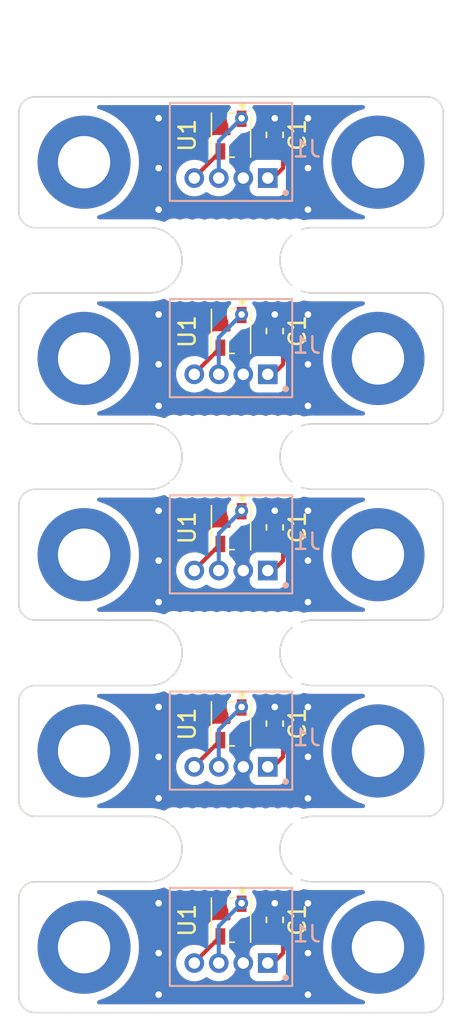
<source format=kicad_pcb>
(kicad_pcb (version 20211014) (generator pcbnew)
  (title_block (title "LED module") (company "KIKS"))
  (layers (0 "F.Cu" signal) (31 "B.Cu" signal) (34 "B.Paste" user) (35 "F.Paste" user) (36 "B.SilkS" user "B.Silkscreen") (37 "F.SilkS" user "F.Silkscreen") (38 "B.Mask" user) (39 "F.Mask" user) (44 "Edge.Cuts" user))
  (net 0 "")
  (net 1 "+5V")
  (net 2 "GND")
  (net 3 "/SPI_MOSI")
  (net 4 "/D12")
  (footprint "Capacitor_SMD:C_0603_1608Metric_Pad1.08x0.95mm_HandSolder" (layer "F.Cu") (at 145.68 58.328 90)
    (fp_text reference "C1" (at 0 1.384 90) (layer "F.SilkS"))
    (fp_text value "0.1u")
    (fp_line (start -0.146267 0.51) (end 0.146267 0.51) (layer "F.SilkS") (width 0.12))
    (fp_line (start -0.146267 -0.51) (end 0.146267 -0.51) (layer "F.SilkS") (width 0.12))
    (pad "1" smd roundrect (at -0.8625 0 90) (size 1.075 0.95) (layers "F.Cu" "F.Paste" "F.Mask") (net 1 "+5V"))
    (pad "2" smd roundrect (at 0.8625 0 90) (size 1.075 0.95) (layers "F.Cu" "F.Paste" "F.Mask") (net 2 "GND"))
  )
  (footprint "LED-module:3484" (layer "F.Cu") (at 143 58.343 90)
    (fp_text reference "U1" (at -0.015 -2.68 90) (layer "F.SilkS"))
    (fp_text value "3484" hide)
    (fp_line (start -1.35 -1.2) (end 1.35 -1.2) (layer "F.SilkS") (width 0.1))
    (fp_line (start 1.8 0.6) (end 1.8 0.6) (layer "F.SilkS") (width 0.2))
    (fp_line (start -1.35 1.2) (end 1.35 1.2) (layer "F.SilkS") (width 0.1))
    (fp_line (start 1.8 0.8) (end 1.8 0.8) (layer "F.SilkS") (width 0.2))
    (fp_line (start -1.35 -0.2) (end -1.35 0.2) (layer "F.SilkS") (width 0.1))
    (fp_line (start 1.35 -0.2) (end 1.35 0.2) (layer "F.SilkS") (width 0.1))
    (fp_arc (start 1.8 0.6) (mid 1.9 0.7) (end 1.8 0.8) (layer "F.SilkS") (width 0.2))
    (fp_arc (start 1.8 0.8) (mid 1.7 0.7) (end 1.8 0.6) (layer "F.SilkS") (width 0.2))
    (pad "1" smd rect locked (at 1 0.65 180) (size 0.6 1) (layers "F.Cu" "F.Paste" "F.Mask") (net 4 "/D12"))
    (pad "2" smd rect locked (at 1 -0.65 180) (size 0.6 1) (layers "F.Cu" "F.Paste" "F.Mask") (net 2 "GND"))
    (pad "3" smd rect locked (at -1 -0.65 180) (size 0.6 1) (layers "F.Cu" "F.Paste" "F.Mask") (net 3 "/SPI_MOSI"))
    (pad "4" smd rect locked (at -1 0.65 180) (size 0.6 1) (layers "F.Cu" "F.Paste" "F.Mask") (net 1 "+5V"))
  )
  (footprint "LED-module:stamphole_4x10" (layer "F.Cu") (at 138 80)
    (fp_text reference "REF**" hide)
    (fp_text value "stamphole_4x10")
    (pad "" np_thru_hole circle (at 7.5 -0.25) (size 0.6 0.6) (drill 0.6) (layers F&B.Cu *.Mask))
    (pad "" np_thru_hole circle (at 3.75 -0.25) (size 0.6 0.6) (drill 0.6) (layers F&B.Cu *.Mask))
    (pad "" np_thru_hole circle (at 8.25 -0.25) (size 0.6 0.6) (drill 0.6) (layers F&B.Cu *.Mask))
    (pad "" np_thru_hole circle (at 3.75 -3.75) (size 0.6 0.6) (drill 0.6) (layers F&B.Cu *.Mask))
    (pad "" np_thru_hole circle (at 2.25 -3.75) (size 0.6 0.6) (drill 0.6) (layers F&B.Cu *.Mask))
    (pad "" np_thru_hole circle (at 9 -0.25) (size 0.6 0.6) (drill 0.6) (layers F&B.Cu *.Mask))
    (pad "" np_thru_hole circle (at 4.5 -0.25) (size 0.6 0.6) (drill 0.6) (layers F&B.Cu *.Mask))
    (pad "" np_thru_hole circle (at 2.25 -0.25) (size 0.6 0.6) (drill 0.6) (layers F&B.Cu *.Mask))
    (pad "" np_thru_hole circle (at 5.25 -3.75) (size 0.6 0.6) (drill 0.6) (layers F&B.Cu *.Mask))
    (pad "" np_thru_hole circle (at 6.75 -3.75) (size 0.6 0.6) (drill 0.6) (layers F&B.Cu *.Mask))
    (pad "" np_thru_hole circle (at 3 -0.25) (size 0.6 0.6) (drill 0.6) (layers F&B.Cu *.Mask))
    (pad "" np_thru_hole circle (at 6 -3.75) (size 0.6 0.6) (drill 0.6) (layers F&B.Cu *.Mask))
    (pad "" np_thru_hole circle (at 1.5 -0.25) (size 0.6 0.6) (drill 0.6) (layers F&B.Cu *.Mask))
    (pad "" np_thru_hole circle (at 3 -3.75) (size 0.6 0.6) (drill 0.6) (layers F&B.Cu *.Mask))
    (pad "" np_thru_hole circle (at 5.25 -0.25) (size 0.6 0.6) (drill 0.6) (layers F&B.Cu *.Mask))
    (pad "" np_thru_hole circle (at 4.5 -3.75) (size 0.6 0.6) (drill 0.6) (layers F&B.Cu *.Mask))
    (pad "" np_thru_hole circle (at 7.5 -3.75) (size 0.6 0.6) (drill 0.6) (layers F&B.Cu *.Mask))
    (pad "" np_thru_hole circle (at 8.25 -3.75) (size 0.6 0.6) (drill 0.6) (layers F&B.Cu *.Mask))
    (pad "" np_thru_hole circle (at 1.5 -3.75) (size 0.6 0.6) (drill 0.6) (layers F&B.Cu *.Mask))
    (pad "" np_thru_hole circle (at 6 -0.25) (size 0.6 0.6) (drill 0.6) (layers F&B.Cu *.Mask))
    (pad "" np_thru_hole circle (at 6.75 -0.25) (size 0.6 0.6) (drill 0.6) (layers F&B.Cu *.Mask))
    (pad "" np_thru_hole circle (at 9 -3.75) (size 0.6 0.6) (drill 0.6) (layers F&B.Cu *.Mask))
  )
  (footprint "LED-module:stamphole_4x10" (layer "F.Cu") (at 138 68)
    (fp_text reference "REF**" hide)
    (fp_text value "stamphole_4x10")
    (pad "" np_thru_hole circle (at 4.5 -0.25) (size 0.6 0.6) (drill 0.6) (layers *.Cu *.Mask))
    (pad "" np_thru_hole circle (at 3.75 -3.75) (size 0.6 0.6) (drill 0.6) (layers *.Cu *.Mask))
    (pad "" np_thru_hole circle (at 9 -3.75) (size 0.6 0.6) (drill 0.6) (layers *.Cu *.Mask))
    (pad "" np_thru_hole circle (at 7.5 -3.75) (size 0.6 0.6) (drill 0.6) (layers *.Cu *.Mask))
    (pad "" np_thru_hole circle (at 8.25 -3.75) (size 0.6 0.6) (drill 0.6) (layers *.Cu *.Mask))
    (pad "" np_thru_hole circle (at 2.25 -0.25) (size 0.6 0.6) (drill 0.6) (layers *.Cu *.Mask))
    (pad "" np_thru_hole circle (at 3.75 -0.25) (size 0.6 0.6) (drill 0.6) (layers *.Cu *.Mask))
    (pad "" np_thru_hole circle (at 7.5 -0.25) (size 0.6 0.6) (drill 0.6) (layers *.Cu *.Mask))
    (pad "" np_thru_hole circle (at 5.25 -3.75) (size 0.6 0.6) (drill 0.6) (layers *.Cu *.Mask))
    (pad "" np_thru_hole circle (at 6.75 -0.25) (size 0.6 0.6) (drill 0.6) (layers *.Cu *.Mask))
    (pad "" np_thru_hole circle (at 1.5 -0.25) (size 0.6 0.6) (drill 0.6) (layers *.Cu *.Mask))
    (pad "" np_thru_hole circle (at 1.5 -3.75) (size 0.6 0.6) (drill 0.6) (layers *.Cu *.Mask))
    (pad "" np_thru_hole circle (at 9 -0.25) (size 0.6 0.6) (drill 0.6) (layers *.Cu *.Mask))
    (pad "" np_thru_hole circle (at 2.25 -3.75) (size 0.6 0.6) (drill 0.6) (layers *.Cu *.Mask))
    (pad "" np_thru_hole circle (at 6 -0.25) (size 0.6 0.6) (drill 0.6) (layers *.Cu *.Mask))
    (pad "" np_thru_hole circle (at 8.25 -0.25) (size 0.6 0.6) (drill 0.6) (layers *.Cu *.Mask))
    (pad "" np_thru_hole circle (at 3 -3.75) (size 0.6 0.6) (drill 0.6) (layers *.Cu *.Mask))
    (pad "" np_thru_hole circle (at 6.75 -3.75) (size 0.6 0.6) (drill 0.6) (layers *.Cu *.Mask))
    (pad "" np_thru_hole circle (at 4.5 -3.75) (size 0.6 0.6) (drill 0.6) (layers *.Cu *.Mask))
    (pad "" np_thru_hole circle (at 6 -3.75) (size 0.6 0.6) (drill 0.6) (layers *.Cu *.Mask))
    (pad "" np_thru_hole circle (at 5.25 -0.25) (size 0.6 0.6) (drill 0.6) (layers *.Cu *.Mask))
    (pad "" np_thru_hole circle (at 3 -0.25) (size 0.6 0.6) (drill 0.6) (layers *.Cu *.Mask))
  )
  (footprint "MountingHole:MountingHole_3.2mm_M3_ISO7380_Pad" (layer "F.Cu") (at 134 84)
    (fp_text reference "H2" hide)
    (fp_text value "MountingHole")
    (pad "1" thru_hole circle (at 0 0) (size 5.7 5.7) (drill 3.2) (layers F&B.Cu *.Mask))
  )
  (footprint "MountingHole:MountingHole_3.2mm_M3_ISO7380_Pad" (layer "F.Cu") (at 134 60)
    (fp_text reference "H2" hide)
    (fp_text value "MountingHole")
    (pad "1" thru_hole circle (at 0 0) (size 5.7 5.7) (drill 3.2) (layers *.Cu *.Mask))
  )
  (footprint "LED-module:stamphole_4x10" (layer "F.Cu") (at 138 104)
    (fp_text reference "REF**" hide)
    (fp_text value "stamphole_4x10")
    (pad "" np_thru_hole circle (at 4.5 -3.75) (size 0.6 0.6) (drill 0.6) (layers F&B.Cu *.Mask))
    (pad "" np_thru_hole circle (at 3.75 -3.75) (size 0.6 0.6) (drill 0.6) (layers F&B.Cu *.Mask))
    (pad "" np_thru_hole circle (at 1.5 -0.25) (size 0.6 0.6) (drill 0.6) (layers F&B.Cu *.Mask))
    (pad "" np_thru_hole circle (at 4.5 -0.25) (size 0.6 0.6) (drill 0.6) (layers F&B.Cu *.Mask))
    (pad "" np_thru_hole circle (at 2.25 -3.75) (size 0.6 0.6) (drill 0.6) (layers F&B.Cu *.Mask))
    (pad "" np_thru_hole circle (at 3.75 -0.25) (size 0.6 0.6) (drill 0.6) (layers F&B.Cu *.Mask))
    (pad "" np_thru_hole circle (at 7.5 -3.75) (size 0.6 0.6) (drill 0.6) (layers F&B.Cu *.Mask))
    (pad "" np_thru_hole circle (at 5.25 -3.75) (size 0.6 0.6) (drill 0.6) (layers F&B.Cu *.Mask))
    (pad "" np_thru_hole circle (at 6 -3.75) (size 0.6 0.6) (drill 0.6) (layers F&B.Cu *.Mask))
    (pad "" np_thru_hole circle (at 6.75 -0.25) (size 0.6 0.6) (drill 0.6) (layers F&B.Cu *.Mask))
    (pad "" np_thru_hole circle (at 2.25 -0.25) (size 0.6 0.6) (drill 0.6) (layers F&B.Cu *.Mask))
    (pad "" np_thru_hole circle (at 1.5 -3.75) (size 0.6 0.6) (drill 0.6) (layers F&B.Cu *.Mask))
    (pad "" np_thru_hole circle (at 6.75 -3.75) (size 0.6 0.6) (drill 0.6) (layers F&B.Cu *.Mask))
    (pad "" np_thru_hole circle (at 9 -3.75) (size 0.6 0.6) (drill 0.6) (layers F&B.Cu *.Mask))
    (pad "" np_thru_hole circle (at 9 -0.25) (size 0.6 0.6) (drill 0.6) (layers F&B.Cu *.Mask))
    (pad "" np_thru_hole circle (at 7.5 -0.25) (size 0.6 0.6) (drill 0.6) (layers F&B.Cu *.Mask))
    (pad "" np_thru_hole circle (at 5.25 -0.25) (size 0.6 0.6) (drill 0.6) (layers F&B.Cu *.Mask))
    (pad "" np_thru_hole circle (at 8.25 -0.25) (size 0.6 0.6) (drill 0.6) (layers F&B.Cu *.Mask))
    (pad "" np_thru_hole circle (at 6 -0.25) (size 0.6 0.6) (drill 0.6) (layers F&B.Cu *.Mask))
    (pad "" np_thru_hole circle (at 3 -0.25) (size 0.6 0.6) (drill 0.6) (layers F&B.Cu *.Mask))
    (pad "" np_thru_hole circle (at 3 -3.75) (size 0.6 0.6) (drill 0.6) (layers F&B.Cu *.Mask))
    (pad "" np_thru_hole circle (at 8.25 -3.75) (size 0.6 0.6) (drill 0.6) (layers F&B.Cu *.Mask))
  )
  (footprint "MountingHole:MountingHole_3.2mm_M3_ISO7380_Pad" (layer "F.Cu") (at 134 72)
    (fp_text reference "H2" hide)
    (fp_text value "MountingHole")
    (pad "1" thru_hole circle (at 0 0) (size 5.7 5.7) (drill 3.2) (layers F&B.Cu *.Mask))
  )
  (footprint "LED-module:3484" (layer "F.Cu") (at 143 106.343 90)
    (fp_text reference "U1" (at -0.015 -2.68 90) (layer "F.SilkS"))
    (fp_text value "3484" hide)
    (fp_line (start -1.35 1.2) (end 1.35 1.2) (layer "F.SilkS") (width 0.1))
    (fp_line (start 1.8 0.6) (end 1.8 0.6) (layer "F.SilkS") (width 0.2))
    (fp_line (start -1.35 -0.2) (end -1.35 0.2) (layer "F.SilkS") (width 0.1))
    (fp_line (start 1.8 0.8) (end 1.8 0.8) (layer "F.SilkS") (width 0.2))
    (fp_line (start 1.35 -0.2) (end 1.35 0.2) (layer "F.SilkS") (width 0.1))
    (fp_line (start -1.35 -1.2) (end 1.35 -1.2) (layer "F.SilkS") (width 0.1))
    (fp_arc (start 1.8 0.6) (mid 1.9 0.7) (end 1.8 0.8) (layer "F.SilkS") (width 0.2))
    (fp_arc (start 1.8 0.8) (mid 1.7 0.7) (end 1.8 0.6) (layer "F.SilkS") (width 0.2))
    (pad "1" smd rect locked (at 1 0.65 180) (size 0.6 1) (layers "F.Cu" "F.Paste" "F.Mask") (net 4 "/D12"))
    (pad "2" smd rect locked (at 1 -0.65 180) (size 0.6 1) (layers "F.Cu" "F.Paste" "F.Mask") (net 2 "GND"))
    (pad "3" smd rect locked (at -1 -0.65 180) (size 0.6 1) (layers "F.Cu" "F.Paste" "F.Mask") (net 3 "/SPI_MOSI"))
    (pad "4" smd rect locked (at -1 0.65 180) (size 0.6 1) (layers "F.Cu" "F.Paste" "F.Mask") (net 1 "+5V"))
  )
  (footprint "MountingHole:MountingHole_3.2mm_M3_ISO7380_Pad" (layer "F.Cu") (at 152 96)
    (fp_text reference "H1" hide)
    (fp_text value "MountingHole")
    (pad "1" thru_hole circle (at 0 0) (size 5.7 5.7) (drill 3.2) (layers F&B.Cu *.Mask))
  )
  (footprint "LED-module:stamphole_4x10" (layer "F.Cu") (at 138 92)
    (fp_text reference "REF**" hide)
    (fp_text value "stamphole_4x10")
    (pad "" np_thru_hole circle (at 4.5 -3.75) (size 0.6 0.6) (drill 0.6) (layers F&B.Cu *.Mask))
    (pad "" np_thru_hole circle (at 1.5 -3.75) (size 0.6 0.6) (drill 0.6) (layers F&B.Cu *.Mask))
    (pad "" np_thru_hole circle (at 7.5 -0.25) (size 0.6 0.6) (drill 0.6) (layers F&B.Cu *.Mask))
    (pad "" np_thru_hole circle (at 2.25 -3.75) (size 0.6 0.6) (drill 0.6) (layers F&B.Cu *.Mask))
    (pad "" np_thru_hole circle (at 6.75 -3.75) (size 0.6 0.6) (drill 0.6) (layers F&B.Cu *.Mask))
    (pad "" np_thru_hole circle (at 3.75 -3.75) (size 0.6 0.6) (drill 0.6) (layers F&B.Cu *.Mask))
    (pad "" np_thru_hole circle (at 7.5 -3.75) (size 0.6 0.6) (drill 0.6) (layers F&B.Cu *.Mask))
    (pad "" np_thru_hole circle (at 3.75 -0.25) (size 0.6 0.6) (drill 0.6) (layers F&B.Cu *.Mask))
    (pad "" np_thru_hole circle (at 1.5 -0.25) (size 0.6 0.6) (drill 0.6) (layers F&B.Cu *.Mask))
    (pad "" np_thru_hole circle (at 3 -0.25) (size 0.6 0.6) (drill 0.6) (layers F&B.Cu *.Mask))
    (pad "" np_thru_hole circle (at 6 -0.25) (size 0.6 0.6) (drill 0.6) (layers F&B.Cu *.Mask))
    (pad "" np_thru_hole circle (at 5.25 -0.25) (size 0.6 0.6) (drill 0.6) (layers F&B.Cu *.Mask))
    (pad "" np_thru_hole circle (at 9 -0.25) (size 0.6 0.6) (drill 0.6) (layers F&B.Cu *.Mask))
    (pad "" np_thru_hole circle (at 2.25 -0.25) (size 0.6 0.6) (drill 0.6) (layers F&B.Cu *.Mask))
    (pad "" np_thru_hole circle (at 6.75 -0.25) (size 0.6 0.6) (drill 0.6) (layers F&B.Cu *.Mask))
    (pad "" np_thru_hole circle (at 5.25 -3.75) (size 0.6 0.6) (drill 0.6) (layers F&B.Cu *.Mask))
    (pad "" np_thru_hole circle (at 3 -3.75) (size 0.6 0.6) (drill 0.6) (layers F&B.Cu *.Mask))
    (pad "" np_thru_hole circle (at 8.25 -0.25) (size 0.6 0.6) (drill 0.6) (layers F&B.Cu *.Mask))
    (pad "" np_thru_hole circle (at 8.25 -3.75) (size 0.6 0.6) (drill 0.6) (layers F&B.Cu *.Mask))
    (pad "" np_thru_hole circle (at 9 -3.75) (size 0.6 0.6) (drill 0.6) (layers F&B.Cu *.Mask))
    (pad "" np_thru_hole circle (at 6 -3.75) (size 0.6 0.6) (drill 0.6) (layers F&B.Cu *.Mask))
    (pad "" np_thru_hole circle (at 4.5 -0.25) (size 0.6 0.6) (drill 0.6) (layers F&B.Cu *.Mask))
  )
  (footprint "Capacitor_SMD:C_0603_1608Metric_Pad1.08x0.95mm_HandSolder" (layer "F.Cu") (at 145.68 70.328 90)
    (fp_text reference "C1" (at 0 1.384 90) (layer "F.SilkS"))
    (fp_text value "0.1u")
    (fp_line (start -0.146267 -0.51) (end 0.146267 -0.51) (layer "F.SilkS") (width 0.12))
    (fp_line (start -0.146267 0.51) (end 0.146267 0.51) (layer "F.SilkS") (width 0.12))
    (pad "1" smd roundrect (at -0.8625 0 90) (size 1.075 0.95) (layers "F.Cu" "F.Paste" "F.Mask") (net 1 "+5V"))
    (pad "2" smd roundrect (at 0.8625 0 90) (size 1.075 0.95) (layers "F.Cu" "F.Paste" "F.Mask") (net 2 "GND"))
  )
  (footprint "LED-module:3484" (layer "F.Cu") (at 143 82.343 90)
    (fp_text reference "U1" (at -0.015 -2.68 90) (layer "F.SilkS"))
    (fp_text value "3484" hide)
    (fp_line (start 1.8 0.8) (end 1.8 0.8) (layer "F.SilkS") (width 0.2))
    (fp_line (start 1.35 -0.2) (end 1.35 0.2) (layer "F.SilkS") (width 0.1))
    (fp_line (start -1.35 -0.2) (end -1.35 0.2) (layer "F.SilkS") (width 0.1))
    (fp_line (start 1.8 0.6) (end 1.8 0.6) (layer "F.SilkS") (width 0.2))
    (fp_line (start -1.35 -1.2) (end 1.35 -1.2) (layer "F.SilkS") (width 0.1))
    (fp_line (start -1.35 1.2) (end 1.35 1.2) (layer "F.SilkS") (width 0.1))
    (fp_arc (start 1.8 0.6) (mid 1.9 0.7) (end 1.8 0.8) (layer "F.SilkS") (width 0.2))
    (fp_arc (start 1.8 0.8) (mid 1.7 0.7) (end 1.8 0.6) (layer "F.SilkS") (width 0.2))
    (pad "1" smd rect locked (at 1 0.65 180) (size 0.6 1) (layers "F.Cu" "F.Paste" "F.Mask") (net 4 "/D12"))
    (pad "2" smd rect locked (at 1 -0.65 180) (size 0.6 1) (layers "F.Cu" "F.Paste" "F.Mask") (net 2 "GND"))
    (pad "3" smd rect locked (at -1 -0.65 180) (size 0.6 1) (layers "F.Cu" "F.Paste" "F.Mask") (net 3 "/SPI_MOSI"))
    (pad "4" smd rect locked (at -1 0.65 180) (size 0.6 1) (layers "F.Cu" "F.Paste" "F.Mask") (net 1 "+5V"))
  )
  (footprint "MountingHole:MountingHole_3.2mm_M3_ISO7380_Pad" (layer "F.Cu") (at 134 108)
    (fp_text reference "H2" hide)
    (fp_text value "MountingHole")
    (pad "1" thru_hole circle (at 0 0) (size 5.7 5.7) (drill 3.2) (layers F&B.Cu *.Mask))
  )
  (footprint "MountingHole:MountingHole_3.2mm_M3_ISO7380_Pad" (layer "F.Cu") (at 152 60)
    (fp_text reference "H1" hide)
    (fp_text value "MountingHole")
    (pad "1" thru_hole circle (at 0 0) (size 5.7 5.7) (drill 3.2) (layers *.Cu *.Mask))
  )
  (footprint "LED-module:3484" (layer "F.Cu") (at 143 70.343 90)
    (fp_text reference "U1" (at -0.015 -2.68 90) (layer "F.SilkS"))
    (fp_text value "3484" hide)
    (fp_line (start -1.35 -0.2) (end -1.35 0.2) (layer "F.SilkS") (width 0.1))
    (fp_line (start 1.8 0.6) (end 1.8 0.6) (layer "F.SilkS") (width 0.2))
    (fp_line (start -1.35 1.2) (end 1.35 1.2) (layer "F.SilkS") (width 0.1))
    (fp_line (start -1.35 -1.2) (end 1.35 -1.2) (layer "F.SilkS") (width 0.1))
    (fp_line (start 1.8 0.8) (end 1.8 0.8) (layer "F.SilkS") (width 0.2))
    (fp_line (start 1.35 -0.2) (end 1.35 0.2) (layer "F.SilkS") (width 0.1))
    (fp_arc (start 1.8 0.8) (mid 1.7 0.7) (end 1.8 0.6) (layer "F.SilkS") (width 0.2))
    (fp_arc (start 1.8 0.6) (mid 1.9 0.7) (end 1.8 0.8) (layer "F.SilkS") (width 0.2))
    (pad "1" smd rect locked (at 1 0.65 180) (size 0.6 1) (layers "F.Cu" "F.Paste" "F.Mask") (net 4 "/D12"))
    (pad "2" smd rect locked (at 1 -0.65 180) (size 0.6 1) (layers "F.Cu" "F.Paste" "F.Mask") (net 2 "GND"))
    (pad "3" smd rect locked (at -1 -0.65 180) (size 0.6 1) (layers "F.Cu" "F.Paste" "F.Mask") (net 3 "/SPI_MOSI"))
    (pad "4" smd rect locked (at -1 0.65 180) (size 0.6 1) (layers "F.Cu" "F.Paste" "F.Mask") (net 1 "+5V"))
  )
  (footprint "Capacitor_SMD:C_0603_1608Metric_Pad1.08x0.95mm_HandSolder" (layer "F.Cu") (at 145.68 82.328 90)
    (fp_text reference "C1" (at 0 1.384 90) (layer "F.SilkS"))
    (fp_text value "0.1u")
    (fp_line (start -0.146267 0.51) (end 0.146267 0.51) (layer "F.SilkS") (width 0.12))
    (fp_line (start -0.146267 -0.51) (end 0.146267 -0.51) (layer "F.SilkS") (width 0.12))
    (pad "1" smd roundrect (at -0.8625 0 90) (size 1.075 0.95) (layers "F.Cu" "F.Paste" "F.Mask") (net 1 "+5V"))
    (pad "2" smd roundrect (at 0.8625 0 90) (size 1.075 0.95) (layers "F.Cu" "F.Paste" "F.Mask") (net 2 "GND"))
  )
  (footprint "LED-module:3484" (layer "F.Cu") (at 143 94.343 90)
    (fp_text reference "U1" (at -0.015 -2.68 90) (layer "F.SilkS"))
    (fp_text value "3484" hide)
    (fp_line (start 1.35 -0.2) (end 1.35 0.2) (layer "F.SilkS") (width 0.1))
    (fp_line (start 1.8 0.6) (end 1.8 0.6) (layer "F.SilkS") (width 0.2))
    (fp_line (start 1.8 0.8) (end 1.8 0.8) (layer "F.SilkS") (width 0.2))
    (fp_line (start -1.35 -1.2) (end 1.35 -1.2) (layer "F.SilkS") (width 0.1))
    (fp_line (start -1.35 -0.2) (end -1.35 0.2) (layer "F.SilkS") (width 0.1))
    (fp_line (start -1.35 1.2) (end 1.35 1.2) (layer "F.SilkS") (width 0.1))
    (fp_arc (start 1.8 0.8) (mid 1.7 0.7) (end 1.8 0.6) (layer "F.SilkS") (width 0.2))
    (fp_arc (start 1.8 0.6) (mid 1.9 0.7) (end 1.8 0.8) (layer "F.SilkS") (width 0.2))
    (pad "1" smd rect locked (at 1 0.65 180) (size 0.6 1) (layers "F.Cu" "F.Paste" "F.Mask") (net 4 "/D12"))
    (pad "2" smd rect locked (at 1 -0.65 180) (size 0.6 1) (layers "F.Cu" "F.Paste" "F.Mask") (net 2 "GND"))
    (pad "3" smd rect locked (at -1 -0.65 180) (size 0.6 1) (layers "F.Cu" "F.Paste" "F.Mask") (net 3 "/SPI_MOSI"))
    (pad "4" smd rect locked (at -1 0.65 180) (size 0.6 1) (layers "F.Cu" "F.Paste" "F.Mask") (net 1 "+5V"))
  )
  (footprint "MountingHole:MountingHole_3.2mm_M3_ISO7380_Pad" (layer "F.Cu") (at 152 72)
    (fp_text reference "H1" hide)
    (fp_text value "MountingHole")
    (pad "1" thru_hole circle (at 0 0) (size 5.7 5.7) (drill 3.2) (layers F&B.Cu *.Mask))
  )
  (footprint "MountingHole:MountingHole_3.2mm_M3_ISO7380_Pad" (layer "F.Cu") (at 152 108)
    (fp_text reference "H1" hide)
    (fp_text value "MountingHole")
    (pad "1" thru_hole circle (at 0 0) (size 5.7 5.7) (drill 3.2) (layers F&B.Cu *.Mask))
  )
  (footprint "MountingHole:MountingHole_3.2mm_M3_ISO7380_Pad" (layer "F.Cu") (at 152 84)
    (fp_text reference "H1" hide)
    (fp_text value "MountingHole")
    (pad "1" thru_hole circle (at 0 0) (size 5.7 5.7) (drill 3.2) (layers F&B.Cu *.Mask))
  )
  (footprint "MountingHole:MountingHole_3.2mm_M3_ISO7380_Pad" (layer "F.Cu") (at 134 96)
    (fp_text reference "H2" hide)
    (fp_text value "MountingHole")
    (pad "1" thru_hole circle (at 0 0) (size 5.7 5.7) (drill 3.2) (layers F&B.Cu *.Mask))
  )
  (footprint "Capacitor_SMD:C_0603_1608Metric_Pad1.08x0.95mm_HandSolder" (layer "F.Cu") (at 145.68 106.328 90)
    (fp_text reference "C1" (at 0 1.384 90) (layer "F.SilkS"))
    (fp_text value "0.1u")
    (fp_line (start -0.146267 0.51) (end 0.146267 0.51) (layer "F.SilkS") (width 0.12))
    (fp_line (start -0.146267 -0.51) (end 0.146267 -0.51) (layer "F.SilkS") (width 0.12))
    (pad "1" smd roundrect (at -0.8625 0 90) (size 1.075 0.95) (layers "F.Cu" "F.Paste" "F.Mask") (net 1 "+5V"))
    (pad "2" smd roundrect (at 0.8625 0 90) (size 1.075 0.95) (layers "F.Cu" "F.Paste" "F.Mask") (net 2 "GND"))
  )
  (footprint "Capacitor_SMD:C_0603_1608Metric_Pad1.08x0.95mm_HandSolder" (layer "F.Cu") (at 145.68 94.328 90)
    (fp_text reference "C1" (at 0 1.384 90) (layer "F.SilkS"))
    (fp_text value "0.1u")
    (fp_line (start -0.146267 0.51) (end 0.146267 0.51) (layer "F.SilkS") (width 0.12))
    (fp_line (start -0.146267 -0.51) (end 0.146267 -0.51) (layer "F.SilkS") (width 0.12))
    (pad "1" smd roundrect (at -0.8625 0 90) (size 1.075 0.95) (layers "F.Cu" "F.Paste" "F.Mask") (net 1 "+5V"))
    (pad "2" smd roundrect (at 0.8625 0 90) (size 1.075 0.95) (layers "F.Cu" "F.Paste" "F.Mask") (net 2 "GND"))
  )
  (footprint "LED-module:JST_S4B-ZR_LF__SN_" (layer "B.Cu") (at 143 108.969 180)
    (fp_text reference "J1" (at -4.646725 1.779485) (layer "B.SilkS") (effects (font (size 1.002528 1.002528)) (justify mirror)))
    (fp_text value "Conn_01x04")
    (fp_line (start 3.75 4.6) (end 3.75 -1.4) (layer "B.SilkS") (width 0.127))
    (fp_line (start -3.75 4.6) (end 3.75 4.6) (layer "B.SilkS") (width 0.127))
    (fp_line (start 3.75 -1.4) (end -3.75 -1.4) (layer "B.SilkS") (width 0.127))
    (fp_line (start -3.75 -1.4) (end -3.75 4.6) (layer "B.SilkS") (width 0.127))
    (fp_circle (center -3.35 -0.9) (end -3.25 -0.9) (layer "B.SilkS") (width 0.2) (fill none))
    (pad "1" thru_hole circle (at 2.25 0 180) (size 1.208 1.208) (drill 0.7) (layers F&B.Cu *.Mask) (net 3 "/SPI_MOSI"))
    (pad "2" thru_hole circle (at 0.75 0 180) (size 1.208 1.208) (drill 0.7) (layers F&B.Cu *.Mask) (net 4 "/D12"))
    (pad "3" thru_hole circle (at -0.75 0 180) (size 1.208 1.208) (drill 0.7) (layers F&B.Cu *.Mask) (net 2 "GND"))
    (pad "4" thru_hole rect (at -2.25 0 180) (size 1.208 1.208) (drill 0.7) (layers F&B.Cu *.Mask) (net 1 "+5V"))
  )
  (footprint "LED-module:JST_S4B-ZR_LF__SN_" (layer "B.Cu") (at 143 96.969 180)
    (fp_text reference "J1" (at -4.646725 1.779485) (layer "B.SilkS") (effects (font (size 1.002528 1.002528)) (justify mirror)))
    (fp_text value "Conn_01x04")
    (fp_line (start -3.75 -1.4) (end -3.75 4.6) (layer "B.SilkS") (width 0.127))
    (fp_line (start -3.75 4.6) (end 3.75 4.6) (layer "B.SilkS") (width 0.127))
    (fp_line (start 3.75 -1.4) (end -3.75 -1.4) (layer "B.SilkS") (width 0.127))
    (fp_line (start 3.75 4.6) (end 3.75 -1.4) (layer "B.SilkS") (width 0.127))
    (fp_circle (center -3.35 -0.9) (end -3.25 -0.9) (layer "B.SilkS") (width 0.2) (fill none))
    (pad "1" thru_hole circle (at 2.25 0 180) (size 1.208 1.208) (drill 0.7) (layers F&B.Cu *.Mask) (net 3 "/SPI_MOSI"))
    (pad "2" thru_hole circle (at 0.75 0 180) (size 1.208 1.208) (drill 0.7) (layers F&B.Cu *.Mask) (net 4 "/D12"))
    (pad "3" thru_hole circle (at -0.75 0 180) (size 1.208 1.208) (drill 0.7) (layers F&B.Cu *.Mask) (net 2 "GND"))
    (pad "4" thru_hole rect (at -2.25 0 180) (size 1.208 1.208) (drill 0.7) (layers F&B.Cu *.Mask) (net 1 "+5V"))
  )
  (footprint "LED-module:JST_S4B-ZR_LF__SN_" (layer "B.Cu") (at 143 84.969 180)
    (fp_text reference "J1" (at -4.646725 1.779485) (layer "B.SilkS") (effects (font (size 1.002528 1.002528)) (justify mirror)))
    (fp_text value "Conn_01x04")
    (fp_line (start 3.75 -1.4) (end -3.75 -1.4) (layer "B.SilkS") (width 0.127))
    (fp_line (start 3.75 4.6) (end 3.75 -1.4) (layer "B.SilkS") (width 0.127))
    (fp_line (start -3.75 -1.4) (end -3.75 4.6) (layer "B.SilkS") (width 0.127))
    (fp_line (start -3.75 4.6) (end 3.75 4.6) (layer "B.SilkS") (width 0.127))
    (fp_circle (center -3.35 -0.9) (end -3.25 -0.9) (layer "B.SilkS") (width 0.2) (fill none))
    (pad "1" thru_hole circle (at 2.25 0 180) (size 1.208 1.208) (drill 0.7) (layers F&B.Cu *.Mask) (net 3 "/SPI_MOSI"))
    (pad "2" thru_hole circle (at 0.75 0 180) (size 1.208 1.208) (drill 0.7) (layers F&B.Cu *.Mask) (net 4 "/D12"))
    (pad "3" thru_hole circle (at -0.75 0 180) (size 1.208 1.208) (drill 0.7) (layers F&B.Cu *.Mask) (net 2 "GND"))
    (pad "4" thru_hole rect (at -2.25 0 180) (size 1.208 1.208) (drill 0.7) (layers F&B.Cu *.Mask) (net 1 "+5V"))
  )
  (footprint "LED-module:JST_S4B-ZR_LF__SN_" (layer "B.Cu") (at 143 72.969 180)
    (fp_text reference "J1" (at -4.646725 1.779485) (layer "B.SilkS") (effects (font (size 1.002528 1.002528)) (justify mirror)))
    (fp_text value "Conn_01x04")
    (fp_line (start -3.75 -1.4) (end -3.75 4.6) (layer "B.SilkS") (width 0.127))
    (fp_line (start -3.75 4.6) (end 3.75 4.6) (layer "B.SilkS") (width 0.127))
    (fp_line (start 3.75 -1.4) (end -3.75 -1.4) (layer "B.SilkS") (width 0.127))
    (fp_line (start 3.75 4.6) (end 3.75 -1.4) (layer "B.SilkS") (width 0.127))
    (fp_circle (center -3.35 -0.9) (end -3.25 -0.9) (layer "B.SilkS") (width 0.2) (fill none))
    (pad "1" thru_hole circle (at 2.25 0 180) (size 1.208 1.208) (drill 0.7) (layers F&B.Cu *.Mask) (net 3 "/SPI_MOSI"))
    (pad "2" thru_hole circle (at 0.75 0 180) (size 1.208 1.208) (drill 0.7) (layers F&B.Cu *.Mask) (net 4 "/D12"))
    (pad "3" thru_hole circle (at -0.75 0 180) (size 1.208 1.208) (drill 0.7) (layers F&B.Cu *.Mask) (net 2 "GND"))
    (pad "4" thru_hole rect (at -2.25 0 180) (size 1.208 1.208) (drill 0.7) (layers F&B.Cu *.Mask) (net 1 "+5V"))
  )
  (footprint "LED-module:JST_S4B-ZR_LF__SN_" (layer "B.Cu") (at 143 60.969 180)
    (fp_text reference "J1" (at -4.646725 1.779485) (layer "B.SilkS") (effects (font (size 1.002528 1.002528)) (justify mirror)))
    (fp_text value "Conn_01x04")
    (fp_line (start 3.75 -1.4) (end -3.75 -1.4) (layer "B.SilkS") (width 0.127))
    (fp_line (start 3.75 4.6) (end 3.75 -1.4) (layer "B.SilkS") (width 0.127))
    (fp_line (start -3.75 4.6) (end 3.75 4.6) (layer "B.SilkS") (width 0.127))
    (fp_line (start -3.75 -1.4) (end -3.75 4.6) (layer "B.SilkS") (width 0.127))
    (fp_circle (center -3.35 -0.9) (end -3.25 -0.9) (layer "B.SilkS") (width 0.2) (fill none))
    (pad "1" thru_hole circle (at 2.25 0 180) (size 1.208 1.208) (drill 0.7) (layers *.Cu *.Mask) (net 3 "/SPI_MOSI"))
    (pad "2" thru_hole circle (at 0.75 0 180) (size 1.208 1.208) (drill 0.7) (layers *.Cu *.Mask) (net 4 "/D12"))
    (pad "3" thru_hole circle (at -0.75 0 180) (size 1.208 1.208) (drill 0.7) (layers *.Cu *.Mask) (net 2 "GND"))
    (pad "4" thru_hole rect (at -2.25 0 180) (size 1.208 1.208) (drill 0.7) (layers *.Cu *.Mask) (net 1 "+5V"))
  )
  (gr_line (start 156 93) (end 156 99) (layer "Edge.Cuts") (width 0.1))
  (gr_arc (start 156 99) (mid 155.707107 99.707107) (end 155 100) (layer "Edge.Cuts") (width 0.1))
  (gr_arc (start 130 105) (mid 130.292893 104.292893) (end 131 104) (layer "Edge.Cuts") (width 0.1))
  (gr_arc (start 131 76) (mid 130.292893 75.707107) (end 130 75) (layer "Edge.Cuts") (width 0.1))
  (gr_arc (start 130 69) (mid 130.292893 68.292893) (end 131 68) (layer "Edge.Cuts") (width 0.1))
  (gr_arc (start 155 92) (mid 155.707107 92.292893) (end 156 93) (layer "Edge.Cuts") (width 0.1))
  (gr_arc (start 131 100) (mid 130.292893 99.707107) (end 130 99) (layer "Edge.Cuts") (width 0.1))
  (gr_arc (start 138 100) (mid 140 102) (end 138 104) (layer "Edge.Cuts") (width 0.1))
  (gr_arc (start 131 88) (mid 130.292893 87.707107) (end 130 87) (layer "Edge.Cuts") (width 0.1))
  (gr_line (start 130 75) (end 130 69) (layer "Edge.Cuts") (width 0.1))
  (gr_line (start 148 92) (end 155 92) (layer "Edge.Cuts") (width 0.1))
  (gr_arc (start 155 104) (mid 155.707107 104.292893) (end 156 105) (layer "Edge.Cuts") (width 0.1))
  (gr_arc (start 155 80) (mid 155.707107 80.292893) (end 156 81) (layer "Edge.Cuts") (width 0.1))
  (gr_line (start 131 104) (end 138 104) (layer "Edge.Cuts") (width 0.1))
  (gr_line (start 130 63) (end 130 57) (layer "Edge.Cuts") (width 0.1))
  (gr_arc (start 148 80) (mid 146 78) (end 148 76) (layer "Edge.Cuts") (width 0.1))
  (gr_arc (start 155 68) (mid 155.707107 68.292893) (end 156 69) (layer "Edge.Cuts") (width 0.1))
  (gr_line (start 131 68) (end 138 68) (layer "Edge.Cuts") (width 0.1))
  (gr_line (start 156 81) (end 156 87) (layer "Edge.Cuts") (width 0.1))
  (gr_line (start 148 80) (end 155 80) (layer "Edge.Cuts") (width 0.1))
  (gr_arc (start 130 81) (mid 130.292893 80.292893) (end 131 80) (layer "Edge.Cuts") (width 0.1))
  (gr_line (start 131 56) (end 155 56) (layer "Edge.Cuts") (width 0.1))
  (gr_arc (start 148 68) (mid 146 66) (end 148 64) (layer "Edge.Cuts") (width 0.1))
  (gr_line (start 156 69) (end 156 75) (layer "Edge.Cuts") (width 0.1))
  (gr_arc (start 138 88) (mid 140 90) (end 138 92) (layer "Edge.Cuts") (width 0.1))
  (gr_line (start 155 88) (end 148 88) (layer "Edge.Cuts") (width 0.1))
  (gr_arc (start 131 112) (mid 130.292893 111.707107) (end 130 111) (layer "Edge.Cuts") (width 0.1))
  (gr_arc (start 156 87) (mid 155.707107 87.707107) (end 155 88) (layer "Edge.Cuts") (width 0.1))
  (gr_arc (start 156 111) (mid 155.707107 111.707107) (end 155 112) (layer "Edge.Cuts") (width 0.1))
  (gr_line (start 130 87) (end 130 81) (layer "Edge.Cuts") (width 0.1))
  (gr_line (start 131 100) (end 138 100) (layer "Edge.Cuts") (width 0.1))
  (gr_arc (start 131 64) (mid 130.292893 63.707107) (end 130 63) (layer "Edge.Cuts") (width 0.1))
  (gr_arc (start 130 57) (mid 130.292893 56.292893) (end 131 56) (layer "Edge.Cuts") (width 0.1))
  (gr_line (start 156 57) (end 156 63) (layer "Edge.Cuts") (width 0.1))
  (gr_line (start 131 92) (end 138 92) (layer "Edge.Cuts") (width 0.1))
  (gr_line (start 155 100) (end 148 100) (layer "Edge.Cuts") (width 0.1))
  (gr_line (start 156 105) (end 156 111) (layer "Edge.Cuts") (width 0.1))
  (gr_line (start 148 104) (end 155 104) (layer "Edge.Cuts") (width 0.1))
  (gr_line (start 131 76) (end 138 76) (layer "Edge.Cuts") (width 0.1))
  (gr_arc (start 156 75) (mid 155.707107 75.707107) (end 155 76) (layer "Edge.Cuts") (width 0.1))
  (gr_arc (start 138 76) (mid 140 78) (end 138 80) (layer "Edge.Cuts") (width 0.1))
  (gr_line (start 131 64) (end 138 64) (layer "Edge.Cuts") (width 0.1))
  (gr_line (start 131 80) (end 138 80) (layer "Edge.Cuts") (width 0.1))
  (gr_line (start 130 111) (end 130 105) (layer "Edge.Cuts") (width 0.1))
  (gr_arc (start 148 92) (mid 146 90) (end 148 88) (layer "Edge.Cuts") (width 0.1))
  (gr_line (start 131 112) (end 155 112) (layer "Edge.Cuts") (width 0.1))
  (gr_arc (start 155 56) (mid 155.707107 56.292893) (end 156 57) (layer "Edge.Cuts") (width 0.1))
  (gr_line (start 131 88) (end 138 88) (layer "Edge.Cuts") (width 0.1))
  (gr_line (start 130 99) (end 130 93) (layer "Edge.Cuts") (width 0.1))
  (gr_arc (start 130 93) (mid 130.292893 92.292893) (end 131 92) (layer "Edge.Cuts") (width 0.1))
  (gr_arc (start 156 63) (mid 155.707107 63.707107) (end 155 64) (layer "Edge.Cuts") (width 0.1))
  (gr_line (start 155 76) (end 148 76) (layer "Edge.Cuts") (width 0.1))
  (gr_line (start 148 68) (end 155 68) (layer "Edge.Cuts") (width 0.1))
  (gr_arc (start 148 104) (mid 146 102) (end 148 100) (layer "Edge.Cuts") (width 0.1))
  (gr_arc (start 138 64) (mid 140 66) (end 138 68) (layer "Edge.Cuts") (width 0.1))
  (gr_line (start 155 64) (end 148 64) (layer "Edge.Cuts") (width 0.1))
  (segment (start 145.25 96.969) (end 145.579 96.969) (width 0.25) (layer "F.Cu") (net 1))
  (segment (start 143.648 95.344) (end 145.5265 95.344) (width 0.25) (layer "F.Cu") (net 1))
  (segment (start 145.579 108.969) (end 146.188 108.36) (width 0.25) (layer "F.Cu") (net 1))
  (segment (start 145.25 72.969) (end 145.579 72.969) (width 0.25) (layer "F.Cu") (net 1))
  (segment (start 143.648 71.344) (end 145.5265 71.344) (width 0.25) (layer "F.Cu") (net 1))
  (segment (start 143.648 83.344) (end 145.5265 83.344) (width 0.25) (layer "F.Cu") (net 1))
  (segment (start 146.188 60.36) (end 146.188 59.6985) (width 0.25) (layer "F.Cu") (net 1))
  (segment (start 145.579 84.969) (end 146.188 84.36) (width 0.25) (layer "F.Cu") (net 1))
  (segment (start 145.25 84.969) (end 145.579 84.969) (width 0.25) (layer "F.Cu") (net 1))
  (segment (start 146.188 59.6985) (end 145.68 59.1905) (width 0.25) (layer "F.Cu") (net 1))
  (segment (start 146.188 72.36) (end 146.188 71.6985) (width 0.25) (layer "F.Cu") (net 1))
  (segment (start 146.188 108.36) (end 146.188 107.6985) (width 0.25) (layer "F.Cu") (net 1))
  (segment (start 146.188 107.6985) (end 145.68 107.1905) (width 0.25) (layer "F.Cu") (net 1))
  (segment (start 146.188 71.6985) (end 145.68 71.1905) (width 0.25) (layer "F.Cu") (net 1))
  (segment (start 146.188 96.36) (end 146.188 95.6985) (width 0.25) (layer "F.Cu") (net 1))
  (segment (start 146.188 95.6985) (end 145.68 95.1905) (width 0.25) (layer "F.Cu") (net 1))
  (segment (start 145.579 96.969) (end 146.188 96.36) (width 0.25) (layer "F.Cu") (net 1))
  (segment (start 145.579 60.969) (end 146.188 60.36) (width 0.25) (layer "F.Cu") (net 1))
  (segment (start 146.188 84.36) (end 146.188 83.6985) (width 0.25) (layer "F.Cu") (net 1))
  (segment (start 145.25 108.969) (end 145.579 108.969) (width 0.25) (layer "F.Cu") (net 1))
  (segment (start 145.25 60.969) (end 145.579 60.969) (width 0.25) (layer "F.Cu") (net 1))
  (segment (start 146.188 83.6985) (end 145.68 83.1905) (width 0.25) (layer "F.Cu") (net 1))
  (segment (start 145.579 72.969) (end 146.188 72.36) (width 0.25) (layer "F.Cu") (net 1))
  (segment (start 143.648 59.344) (end 145.5265 59.344) (width 0.25) (layer "F.Cu") (net 1))
  (segment (start 143.648 107.344) (end 145.5265 107.344) (width 0.25) (layer "F.Cu") (net 1))
  (via (at 138.568 93.312) (size 0.8) (drill 0.4) (layers "F.Cu" "B.Cu") (net 2))
  (via (at 147.712 81.312) (size 0.8) (drill 0.4) (layers "F.Cu" "B.Cu") (net 2))
  (via (at 145.68 69.312) (size 0.8) (drill 0.4) (layers "F.Cu" "B.Cu") (net 2))
  (via (at 147.712 84.36) (size 0.8) (drill 0.4) (layers "F.Cu" "B.Cu") (net 2))
  (via (at 138.568 98.9) (size 0.8) (drill 0.4) (layers "F.Cu" "B.Cu") (net 2))
  (via (at 138.568 108.36) (size 0.8) (drill 0.4) (layers "F.Cu" "B.Cu") (net 2))
  (via (at 147.712 74.9) (size 0.8) (drill 0.4) (layers "F.Cu" "B.Cu") (net 2))
  (via (at 145.68 81.312) (size 0.8) (drill 0.4) (layers "F.Cu" "B.Cu") (net 2))
  (via (at 138.568 96.36) (size 0.8) (drill 0.4) (layers "F.Cu" "B.Cu") (net 2))
  (via (at 147.712 98.9) (size 0.8) (drill 0.4) (layers "F.Cu" "B.Cu") (net 2))
  (via (at 147.712 110.9) (size 0.8) (drill 0.4) (layers "F.Cu" "B.Cu") (net 2))
  (via (at 147.712 96.36) (size 0.8) (drill 0.4) (layers "F.Cu" "B.Cu") (net 2))
  (via (at 147.712 72.36) (size 0.8) (drill 0.4) (layers "F.Cu" "B.Cu") (net 2))
  (via (at 145.68 57.312) (size 0.8) (drill 0.4) (layers "F.Cu" "B.Cu") (net 2))
  (via (at 147.712 69.312) (size 0.8) (drill 0.4) (layers "F.Cu" "B.Cu") (net 2))
  (via (at 147.712 57.312) (size 0.8) (drill 0.4) (layers "F.Cu" "B.Cu") (net 2))
  (via (at 147.712 62.9) (size 0.8) (drill 0.4) (layers "F.Cu" "B.Cu") (net 2))
  (via (at 138.568 74.9) (size 0.8) (drill 0.4) (layers "F.Cu" "B.Cu") (net 2))
  (via (at 138.568 110.9) (size 0.8) (drill 0.4) (layers "F.Cu" "B.Cu") (net 2))
  (via (at 138.568 72.36) (size 0.8) (drill 0.4) (layers "F.Cu" "B.Cu") (net 2))
  (via (at 147.712 86.9) (size 0.8) (drill 0.4) (layers "F.Cu" "B.Cu") (net 2))
  (via (at 147.712 60.36) (size 0.8) (drill 0.4) (layers "F.Cu" "B.Cu") (net 2))
  (via (at 147.712 105.312) (size 0.8) (drill 0.4) (layers "F.Cu" "B.Cu") (net 2))
  (via (at 138.568 86.9) (size 0.8) (drill 0.4) (layers "F.Cu" "B.Cu") (net 2))
  (via (at 147.712 93.312) (size 0.8) (drill 0.4) (layers "F.Cu" "B.Cu") (net 2))
  (via (at 145.68 105.312) (size 0.8) (drill 0.4) (layers "F.Cu" "B.Cu") (net 2))
  (via (at 138.568 62.9) (size 0.8) (drill 0.4) (layers "F.Cu" "B.Cu") (net 2))
  (via (at 147.712 108.36) (size 0.8) (drill 0.4) (layers "F.Cu" "B.Cu") (net 2))
  (via (at 145.68 93.312) (size 0.8) (drill 0.4) (layers "F.Cu" "B.Cu") (net 2))
  (via (at 138.568 105.312) (size 0.8) (drill 0.4) (layers "F.Cu" "B.Cu") (net 2))
  (via (at 138.568 81.312) (size 0.8) (drill 0.4) (layers "F.Cu" "B.Cu") (net 2))
  (via (at 138.568 57.312) (size 0.8) (drill 0.4) (layers "F.Cu" "B.Cu") (net 2))
  (via (at 138.568 69.312) (size 0.8) (drill 0.4) (layers "F.Cu" "B.Cu") (net 2))
  (via (at 138.568 84.36) (size 0.8) (drill 0.4) (layers "F.Cu" "B.Cu") (net 2))
  (via (at 138.568 60.36) (size 0.8) (drill 0.4) (layers "F.Cu" "B.Cu") (net 2))
  (segment (start 140.75 84.943) (end 142.35 83.343) (width 0.25) (layer "F.Cu") (net 3))
  (segment (start 140.75 108.943) (end 142.35 107.343) (width 0.25) (layer "F.Cu") (net 3))
  (segment (start 140.75 60.943) (end 142.35 59.343) (width 0.25) (layer "F.Cu") (net 3))
  (segment (start 140.75 72.943) (end 142.35 71.343) (width 0.25) (layer "F.Cu") (net 3))
  (segment (start 140.75 84.969) (end 140.75 84.943) (width 0.25) (layer "F.Cu") (net 3))
  (segment (start 140.75 96.943) (end 142.35 95.343) (width 0.25) (layer "F.Cu") (net 3))
  (segment (start 140.75 72.969) (end 140.75 72.943) (width 0.25) (layer "F.Cu") (net 3))
  (segment (start 140.75 60.969) (end 140.75 60.943) (width 0.25) (layer "F.Cu") (net 3))
  (segment (start 140.75 96.969) (end 140.75 96.943) (width 0.25) (layer "F.Cu") (net 3))
  (segment (start 140.75 108.969) (end 140.75 108.943) (width 0.25) (layer "F.Cu") (net 3))
  (via (at 143.648 105.312) (size 0.8) (drill 0.4) (layers "F.Cu" "B.Cu") (net 4))
  (via (at 143.648 81.312) (size 0.8) (drill 0.4) (layers "F.Cu" "B.Cu") (net 4))
  (via (at 143.648 57.312) (size 0.8) (drill 0.4) (layers "F.Cu" "B.Cu") (net 4))
  (via (at 143.648 93.312) (size 0.8) (drill 0.4) (layers "F.Cu" "B.Cu") (net 4))
  (via (at 143.648 69.312) (size 0.8) (drill 0.4) (layers "F.Cu" "B.Cu") (net 4))
  (segment (start 142.25 108.969) (end 142.25 106.71) (width 0.25) (layer "B.Cu") (net 4))
  (segment (start 142.25 60.969) (end 142.25 58.71) (width 0.25) (layer "B.Cu") (net 4))
  (segment (start 142.25 94.71) (end 143.648 93.312) (width 0.25) (layer "B.Cu") (net 4))
  (segment (start 142.25 70.71) (end 143.648 69.312) (width 0.25) (layer "B.Cu") (net 4))
  (segment (start 142.25 84.969) (end 142.25 82.71) (width 0.25) (layer "B.Cu") (net 4))
  (segment (start 142.25 96.969) (end 142.25 94.71) (width 0.25) (layer "B.Cu") (net 4))
  (segment (start 142.25 72.969) (end 142.25 70.71) (width 0.25) (layer "B.Cu") (net 4))
  (segment (start 142.25 106.71) (end 143.648 105.312) (width 0.25) (layer "B.Cu") (net 4))
  (segment (start 142.25 82.71) (end 143.648 81.312) (width 0.25) (layer "B.Cu") (net 4))
  (segment (start 142.25 58.71) (end 143.648 57.312) (width 0.25) (layer "B.Cu") (net 4))
  (zone (net 2) (net_name "GND") (layers F&B.Cu) (connect_pads yes (clearance 0.508)) (min_thickness 0.254) (fill yes (thermal_gap 0.508) (thermal_bridge_width 0.508))
    (polygon (pts (xy 156 88) (xy 130 88) (xy 130 80) (xy 156 80)))
  )
  (zone (net 2) (net_name "GND") (layers F&B.Cu) (connect_pads yes (clearance 0.508)) (min_thickness 0.254) (fill yes (thermal_gap 0.508) (thermal_bridge_width 0.508))
    (polygon (pts (xy 156 112) (xy 130 112) (xy 130 104) (xy 156 104)))
  )
  (zone (net 2) (net_name "GND") (layers F&B.Cu) (connect_pads yes (clearance 0.508)) (min_thickness 0.254) (fill yes (thermal_gap 0.508) (thermal_bridge_width 0.508))
    (polygon (pts (xy 156 76) (xy 130 76) (xy 130 68) (xy 156 68)))
  )
  (zone (net 2) (net_name "GND") (layers F&B.Cu) (connect_pads yes (clearance 0.508)) (min_thickness 0.254) (fill yes (thermal_gap 0.508) (thermal_bridge_width 0.508))
    (polygon (pts (xy 156 100) (xy 130 100) (xy 130 92) (xy 156 92)))
  )
  (zone (net 2) (net_name "GND") (layers F&B.Cu) (connect_pads yes (clearance 0.508)) (min_thickness 0.254) (fill yes (thermal_gap 0.508) (thermal_bridge_width 0.508))
    (polygon (pts (xy 156 64) (xy 130 64) (xy 130 56) (xy 156 56)))
  )
)
</source>
